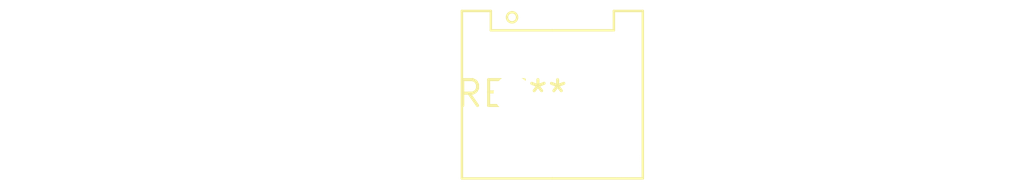
<source format=kicad_pcb>
(kicad_pcb (version 20240108) (generator pcbnew)
  (layers (0 "F.Cu" signal) (31 "B.Cu" signal) (34 "B.Paste" user) (35 "F.Paste" user) (36 "B.SilkS" user "B.Silkscreen") (37 "F.SilkS" user "F.Silkscreen") (38 "B.Mask" user) (39 "F.Mask" user) (44 "Edge.Cuts" user))
  (net 0 "")
  (footprint "Hirose_DF63R-2P-3.96DSA_1x02_P3.96mm_Vertical" (layer "F.Cu") (at 0 0)
    (property "Reference" "REF**")
    (property "Value" "Hirose_DF63R-2P-3.96DSA_1x02_P3.96mm_Vertical")
    (fp_line (start -2.46 -4.06) (end -1.04 -4.06) (layer "F.SilkS") (stroke (width 0.12)))
    (fp_line (start -2.46 4.16) (end -2.46 -4.06) (layer "F.SilkS") (stroke (width 0.12)))
    (fp_line (start -1.04 -4.06) (end -1.04 -3.11) (layer "F.SilkS") (stroke (width 0.12)))
    (fp_line (start -1.04 -3.11) (end 1.98 -3.11) (layer "F.SilkS") (stroke (width 0.12)))
    (fp_line (start 1.98 4.16) (end -2.46 4.16) (layer "F.SilkS") (stroke (width 0.12)))
    (fp_line (start 1.98 4.16) (end 6.42 4.16) (layer "F.SilkS") (stroke (width 0.12)))
    (fp_line (start 5 -4.06) (end 5 -3.11) (layer "F.SilkS") (stroke (width 0.12)))
    (fp_line (start 5 -3.11) (end 1.98 -3.11) (layer "F.SilkS") (stroke (width 0.12)))
    (fp_line (start 6.42 -4.06) (end 5 -4.06) (layer "F.SilkS") (stroke (width 0.12)))
    (fp_line (start 6.42 4.16) (end 6.42 -4.06) (layer "F.SilkS") (stroke (width 0.12)))
    (fp_circle (center 0 -3.75) (end 0.25 -3.75) (layer "F.SilkS") (stroke (width 0.12)) (fill none))
    (pad "" np_thru_hole circle (at 5.46 3.25) (size 1.6 1.6) (drill 1.6) (layers *.Cu *.Mask))
    (pad "1" thru_hole roundrect (at 0 0) (size 2.46 2.8) (drill 1.8) (layers *.Cu *.Mask) (remove_unused_layers) (roundrect_rratio 0.101626))
    (pad "2" thru_hole oval (at 3.96 0) (size 2.46 2.8) (drill 1.8) (layers *.Cu *.Mask) (remove_unused_layers))
  )
)
</source>
